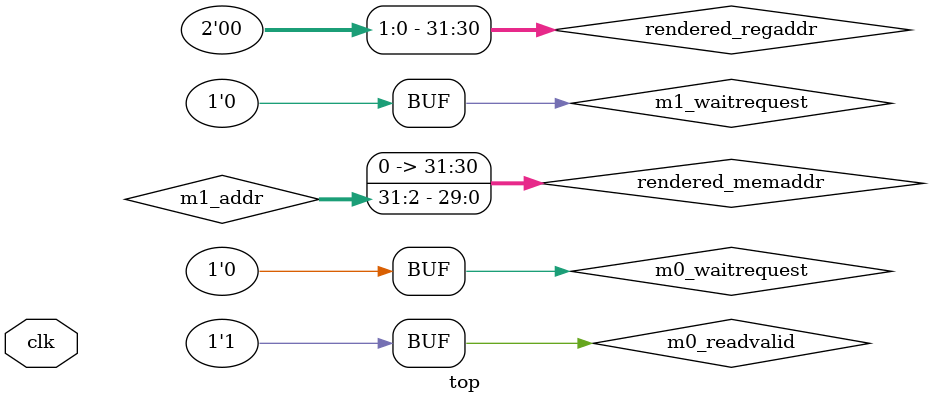
<source format=sv>
module top (
    input clk
);

    logic rst;
	 logic locked;
    
	 logic pll_clk, m1_sys_rst, m1_read, m1_write, m1_waitrequest, m1_readdatavalid;
	 logic readdatavalid_tmp;
	 logic [31 : 0] m1_addr, m1_readdata, m1_writedata;
	 logic [31:0] r0, r1, r2, r3;
	 
	 assign m1_waitrequest = 1'b0;
	 
	 always @(posedge pll_clk) begin
	     if (m1_sys_rst) begin
		      readdatavalid_tmp <= 1'b0;
              m1_readdatavalid <= 1'b0;
        end else begin
            readdatavalid_tmp <= m1_read;
            m1_readdatavalid <= readdatavalid_tmp;
		  end
	 end
	
	// r0, JTAG or RegFile
	// r1, ram address
	// r2, wren
	// r3, data
	logic effect_write;
    logic effect_write_last;
	assign access_addr = r0[0] ? r1 : rendered_memaddr;
	 assign effect_write = r0[0] ? r2[0] : m1_write;
	 assign writedata = r0[0] ? r3 : m1_writedata;
	

    always_ff @(posedge pll_clk) begin
        if(m1_sys_rst) begin
            ram_wren <= 0;
            effect_write_last <= 0;
        end
        else if (~effect_write_last & effect_write) begin
            ram_wren <= 1;
            effect_write_last <= effect_write;
        end else begin
            ram_wren <= 0;
            effect_write_last <= effect_write;
        end
    end

    logic [31:0] rendered_memaddr, access_addr, writedata;
	 logic ram_wren;
	 
    assign rendered_memaddr = m1_addr>>2;
	 
	 
    ram1 u0 (
        .data    (writedata),    //   input,  width = 32,    data.datain
        .q       (m1_readdata),       //  output,  width = 32,       q.dataout
        .address (access_addr), //   input,  width = 12, address.address
        .wren    (ram_wren),    //   input,   width = 1,    wren.wren
        .clock   (pll_clk)    //   input,   width = 1,   clock.clk
    );
    
    logic m0_read, m0_write, m0_waitrequest, m0_readvalid;
    assign m0_waitrequest = 1'b0;
    assign m0_readvalid = 1'b1;
    logic [31:0] rendered_regaddr, reg_readdata, m0_writedata, m0_addr;
	assign rendered_regaddr = m0_addr>>2;
    regfile rf0 (
        .clock(pll_clk), .ctrl_writeEnable(m0_write), .ctrl_reset(m0_sys_rst),
        .ctrl_writeReg(rendered_regaddr), .ctrl_readRegA(rendered_regaddr), .ctrl_readRegB(),
        .data_writeReg(m0_writedata),
        .data_readRegA(reg_readdata), .data_readRegB(),
		  .r0(r0), .r1(r1), .r2(r2), .r3(r3)
        );

	
	
    SRAM_SC periph (
        .clock_bridge_0_out_clk_clk                   (pll_clk),                   //  output,   width = 1,            clock_bridge_0_out_clk.clk
        .clk_clk                                      (clk),                                      //   input,   width = 1,                               clk.clk
        .iopll_0_reset_reset                          (rst),                          //   input,   width = 1,                     iopll_0_reset.reset
        .iopll_0_locked_export                        (locked),                        //  output,   width = 1,                    iopll_0_locked.export
        .master_1_master_reset_reset                  (m1_sys_rst),                  //  output,   width = 1,             master_1_master_reset.reset
        .master_1_master_address                      (m1_addr),                      //  output,  width = 32,                   master_1_master.address
        .master_1_master_readdata                     (m1_readdata),                     //   input,  width = 32,                                  .readdata
        .master_1_master_read                         (m1_read),                         //  output,   width = 1,                                  .read
        .master_1_master_write                        (m1_write),                        //  output,   width = 1,                                  .write
        .master_1_master_writedata                    (m1_writedata),                    //  output,  width = 32,                                  .writedata
        .master_1_master_waitrequest                  (m1_waitrequest),                  //   input,   width = 1,                                  .waitrequest
        .master_1_master_readdatavalid                (m1_readdatavalid),                //   input,   width = 1,                                  .readdatavalid
        .master_1_master_byteenable                   (),                   //  output,   width = 4,                                  .byteenable
        .reset_reset                                  (~locked),                                  //   input,   width = 1,                             reset.reset
        .s10_user_rst_clkgate_2_ninit_done_ninit_done (rst),  //  output,   width = 1, s10_user_rst_clkgate_2_ninit_done.ninit_done
        //master_0 connected to Regfile
        .master_0_master_reset_reset                  (m0_sys_rst),                  //  output,   width = 1,             master_0_master_reset.reset
        .master_0_master_address                      (m0_addr),                      //  output,  width = 32,                   master_0_master.address
        .master_0_master_readdata                     (reg_readdata),                     //   input,  width = 32,                                  .readdata
        .master_0_master_read                         (m0_read),                         //  output,   width = 1,                                  .read
        .master_0_master_write                        (m0_write),                        //  output,   width = 1,                                  .write
        .master_0_master_writedata                    (m0_writedata),                    //  output,  width = 32,                                  .writedata
        .master_0_master_waitrequest                  (m0_waitrequest),                  //   input,   width = 1,                                  .waitrequest
        .master_0_master_readdatavalid                (m0_readvalid),                //   input,   width = 1,                                  .readdatavalid
        .master_0_master_byteenable                   ()                    //  output,   width = 4,                                  .byteenable
        );


endmodule: top
</source>
